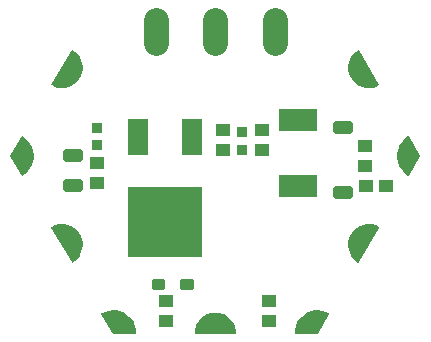
<source format=gbr>
G04 EAGLE Gerber RS-274X export*
G75*
%MOMM*%
%FSLAX34Y34*%
%LPD*%
%INSoldermask Top*%
%IPPOS*%
%AMOC8*
5,1,8,0,0,1.08239X$1,22.5*%
G01*
%ADD10R,1.201600X1.101600*%
%ADD11R,0.901600X0.901600*%
%ADD12C,0.605878*%
%ADD13C,0.297525*%
%ADD14R,1.701600X3.101600*%
%ADD15R,6.301600X5.901600*%
%ADD16R,3.301600X1.901600*%
%ADD17C,1.101600*%
%ADD18C,2.082800*%

G36*
X363739Y196217D02*
X363739Y196217D01*
X363768Y196214D01*
X363835Y196236D01*
X363905Y196250D01*
X363929Y196267D01*
X363957Y196276D01*
X364010Y196323D01*
X364069Y196363D01*
X364085Y196387D01*
X364107Y196407D01*
X364138Y196471D01*
X364176Y196530D01*
X364181Y196559D01*
X364193Y196585D01*
X364202Y196685D01*
X364209Y196727D01*
X364206Y196737D01*
X364208Y196751D01*
X363976Y199549D01*
X363966Y199583D01*
X363962Y199631D01*
X363273Y202352D01*
X363258Y202384D01*
X363246Y202430D01*
X362118Y205002D01*
X362098Y205030D01*
X362079Y205074D01*
X360543Y207425D01*
X360519Y207449D01*
X360493Y207490D01*
X358591Y209555D01*
X358563Y209576D01*
X358530Y209611D01*
X356315Y211336D01*
X356284Y211351D01*
X356246Y211381D01*
X353776Y212717D01*
X353743Y212727D01*
X353701Y212750D01*
X352515Y213158D01*
X351061Y213657D01*
X351045Y213662D01*
X351011Y213667D01*
X350965Y213682D01*
X348196Y214144D01*
X348161Y214143D01*
X348114Y214151D01*
X345306Y214151D01*
X345272Y214144D01*
X345224Y214144D01*
X342455Y213682D01*
X342422Y213670D01*
X342375Y213662D01*
X339719Y212750D01*
X339689Y212733D01*
X339644Y212717D01*
X337174Y211381D01*
X337148Y211359D01*
X337105Y211336D01*
X334890Y209611D01*
X334867Y209585D01*
X334829Y209555D01*
X332927Y207490D01*
X332909Y207460D01*
X332877Y207425D01*
X331341Y205074D01*
X331328Y205042D01*
X331302Y205002D01*
X330174Y202430D01*
X330167Y202397D01*
X330164Y202390D01*
X330158Y202381D01*
X330157Y202375D01*
X330147Y202352D01*
X329458Y199631D01*
X329456Y199596D01*
X329444Y199549D01*
X329212Y196751D01*
X329216Y196722D01*
X329211Y196693D01*
X329228Y196624D01*
X329236Y196554D01*
X329250Y196528D01*
X329257Y196500D01*
X329299Y196443D01*
X329334Y196381D01*
X329358Y196363D01*
X329375Y196340D01*
X329436Y196304D01*
X329493Y196261D01*
X329521Y196253D01*
X329546Y196238D01*
X329644Y196222D01*
X329685Y196211D01*
X329696Y196213D01*
X329710Y196211D01*
X363710Y196211D01*
X363739Y196217D01*
G37*
G36*
X225317Y256520D02*
X225317Y256520D01*
X225388Y256517D01*
X225415Y256527D01*
X225444Y256529D01*
X225534Y256571D01*
X225574Y256586D01*
X225582Y256594D01*
X225595Y256600D01*
X227898Y258199D01*
X227922Y258225D01*
X227962Y258252D01*
X229971Y260209D01*
X229990Y260238D01*
X230025Y260271D01*
X231684Y262532D01*
X231699Y262563D01*
X231728Y262602D01*
X232992Y265105D01*
X233001Y265139D01*
X233023Y265182D01*
X233859Y267859D01*
X233862Y267893D01*
X233877Y267939D01*
X234260Y270718D01*
X234258Y270752D01*
X234264Y270800D01*
X234185Y273603D01*
X234177Y273637D01*
X234176Y273685D01*
X233637Y276437D01*
X233623Y276469D01*
X233614Y276517D01*
X232629Y279142D01*
X232614Y279167D01*
X232609Y279187D01*
X232601Y279198D01*
X232594Y279217D01*
X231190Y281645D01*
X231167Y281671D01*
X231143Y281713D01*
X229359Y283876D01*
X229332Y283898D01*
X229301Y283935D01*
X227185Y285776D01*
X227155Y285793D01*
X227119Y285825D01*
X224728Y287292D01*
X224696Y287303D01*
X224655Y287329D01*
X222056Y288382D01*
X222022Y288389D01*
X221977Y288407D01*
X219240Y289018D01*
X219205Y289019D01*
X219158Y289030D01*
X216358Y289182D01*
X216324Y289177D01*
X216276Y289180D01*
X213488Y288870D01*
X213455Y288859D01*
X213407Y288854D01*
X210709Y288089D01*
X210679Y288073D01*
X210632Y288060D01*
X208097Y286861D01*
X208073Y286844D01*
X208046Y286834D01*
X207994Y286785D01*
X207937Y286742D01*
X207923Y286717D01*
X207902Y286697D01*
X207873Y286632D01*
X207837Y286571D01*
X207834Y286542D01*
X207822Y286515D01*
X207821Y286444D01*
X207812Y286373D01*
X207820Y286345D01*
X207820Y286316D01*
X207854Y286223D01*
X207866Y286182D01*
X207873Y286173D01*
X207878Y286160D01*
X224878Y256760D01*
X224897Y256738D01*
X224910Y256712D01*
X224963Y256664D01*
X225010Y256611D01*
X225036Y256599D01*
X225058Y256579D01*
X225125Y256556D01*
X225189Y256526D01*
X225218Y256524D01*
X225246Y256515D01*
X225317Y256520D01*
G37*
G36*
X477096Y404243D02*
X477096Y404243D01*
X477144Y404240D01*
X479932Y404550D01*
X479965Y404561D01*
X480013Y404566D01*
X482711Y405331D01*
X482741Y405347D01*
X482788Y405360D01*
X485323Y406559D01*
X485347Y406576D01*
X485374Y406586D01*
X485426Y406635D01*
X485483Y406678D01*
X485497Y406703D01*
X485519Y406723D01*
X485547Y406788D01*
X485583Y406850D01*
X485586Y406878D01*
X485598Y406905D01*
X485599Y406976D01*
X485608Y407047D01*
X485600Y407075D01*
X485600Y407104D01*
X485566Y407197D01*
X485554Y407238D01*
X485547Y407247D01*
X485542Y407260D01*
X468542Y436660D01*
X468523Y436682D01*
X468510Y436708D01*
X468457Y436756D01*
X468410Y436809D01*
X468384Y436821D01*
X468362Y436841D01*
X468295Y436864D01*
X468231Y436894D01*
X468202Y436896D01*
X468174Y436905D01*
X468103Y436900D01*
X468032Y436903D01*
X468005Y436893D01*
X467976Y436891D01*
X467886Y436849D01*
X467846Y436834D01*
X467838Y436826D01*
X467825Y436820D01*
X465522Y435221D01*
X465498Y435196D01*
X465458Y435168D01*
X463449Y433211D01*
X463430Y433182D01*
X463395Y433149D01*
X461736Y430888D01*
X461721Y430857D01*
X461692Y430818D01*
X460428Y428315D01*
X460419Y428281D01*
X460397Y428238D01*
X459561Y425561D01*
X459558Y425527D01*
X459543Y425481D01*
X459160Y422702D01*
X459162Y422668D01*
X459156Y422620D01*
X459235Y419817D01*
X459243Y419783D01*
X459244Y419735D01*
X459783Y416983D01*
X459797Y416951D01*
X459806Y416903D01*
X460791Y414278D01*
X460809Y414248D01*
X460826Y414203D01*
X462230Y411775D01*
X462253Y411749D01*
X462277Y411708D01*
X464061Y409544D01*
X464088Y409522D01*
X464119Y409485D01*
X466235Y407644D01*
X466265Y407627D01*
X466301Y407596D01*
X468692Y406128D01*
X468724Y406117D01*
X468765Y406091D01*
X471364Y405038D01*
X471398Y405031D01*
X471443Y405013D01*
X474180Y404402D01*
X474215Y404401D01*
X474262Y404390D01*
X477062Y404238D01*
X477096Y404243D01*
G37*
G36*
X468136Y256521D02*
X468136Y256521D01*
X468207Y256520D01*
X468234Y256531D01*
X468263Y256535D01*
X468325Y256569D01*
X468390Y256597D01*
X468411Y256618D01*
X468436Y256632D01*
X468499Y256708D01*
X468529Y256739D01*
X468533Y256749D01*
X468542Y256760D01*
X485542Y286160D01*
X485551Y286188D01*
X485568Y286212D01*
X485583Y286281D01*
X485605Y286349D01*
X485603Y286378D01*
X485609Y286406D01*
X485596Y286476D01*
X485590Y286547D01*
X485577Y286573D01*
X485571Y286601D01*
X485531Y286660D01*
X485499Y286723D01*
X485476Y286742D01*
X485460Y286766D01*
X485378Y286823D01*
X485345Y286850D01*
X485335Y286853D01*
X485323Y286861D01*
X482788Y288060D01*
X482754Y288068D01*
X482711Y288089D01*
X480013Y288854D01*
X479978Y288856D01*
X479932Y288870D01*
X477144Y289180D01*
X477110Y289177D01*
X477062Y289182D01*
X474262Y289030D01*
X474228Y289021D01*
X474180Y289018D01*
X471443Y288407D01*
X471411Y288393D01*
X471364Y288382D01*
X468765Y287329D01*
X468736Y287310D01*
X468692Y287292D01*
X466301Y285825D01*
X466276Y285801D01*
X466235Y285776D01*
X464119Y283935D01*
X464098Y283908D01*
X464061Y283876D01*
X462277Y281713D01*
X462261Y281682D01*
X462230Y281645D01*
X460826Y279217D01*
X460815Y279184D01*
X460808Y279171D01*
X460798Y279157D01*
X460798Y279154D01*
X460791Y279142D01*
X459806Y276517D01*
X459800Y276482D01*
X459783Y276437D01*
X459244Y273685D01*
X459244Y273651D01*
X459235Y273603D01*
X459156Y270800D01*
X459162Y270766D01*
X459160Y270718D01*
X459543Y267939D01*
X459555Y267907D01*
X459561Y267859D01*
X460397Y265182D01*
X460414Y265151D01*
X460428Y265105D01*
X461692Y262602D01*
X461714Y262575D01*
X461736Y262532D01*
X463395Y260271D01*
X463421Y260248D01*
X463449Y260209D01*
X465458Y258252D01*
X465487Y258233D01*
X465522Y258199D01*
X467825Y256600D01*
X467852Y256588D01*
X467875Y256570D01*
X467943Y256549D01*
X468008Y256521D01*
X468037Y256521D01*
X468065Y256513D01*
X468136Y256521D01*
G37*
G36*
X219158Y404390D02*
X219158Y404390D01*
X219192Y404399D01*
X219240Y404402D01*
X221977Y405013D01*
X222009Y405027D01*
X222056Y405038D01*
X224655Y406091D01*
X224684Y406110D01*
X224728Y406128D01*
X227119Y407596D01*
X227144Y407619D01*
X227185Y407644D01*
X229301Y409485D01*
X229322Y409512D01*
X229359Y409544D01*
X231143Y411708D01*
X231159Y411738D01*
X231190Y411775D01*
X232594Y414203D01*
X232605Y414236D01*
X232629Y414278D01*
X233614Y416903D01*
X233620Y416938D01*
X233637Y416983D01*
X234176Y419735D01*
X234176Y419770D01*
X234185Y419817D01*
X234264Y422620D01*
X234259Y422654D01*
X234260Y422702D01*
X233877Y425481D01*
X233865Y425513D01*
X233859Y425561D01*
X233023Y428238D01*
X233006Y428269D01*
X232992Y428315D01*
X231728Y430818D01*
X231706Y430845D01*
X231684Y430888D01*
X230025Y433149D01*
X229999Y433172D01*
X229971Y433211D01*
X227962Y435168D01*
X227933Y435187D01*
X227898Y435221D01*
X225595Y436820D01*
X225568Y436832D01*
X225545Y436850D01*
X225477Y436871D01*
X225412Y436899D01*
X225383Y436899D01*
X225355Y436907D01*
X225284Y436899D01*
X225213Y436900D01*
X225186Y436889D01*
X225157Y436885D01*
X225095Y436851D01*
X225030Y436823D01*
X225009Y436802D01*
X224984Y436788D01*
X224921Y436712D01*
X224891Y436681D01*
X224887Y436671D01*
X224878Y436660D01*
X207878Y407260D01*
X207869Y407232D01*
X207852Y407208D01*
X207837Y407139D01*
X207815Y407071D01*
X207817Y407042D01*
X207811Y407014D01*
X207824Y406944D01*
X207830Y406873D01*
X207843Y406847D01*
X207849Y406819D01*
X207889Y406760D01*
X207921Y406697D01*
X207944Y406678D01*
X207960Y406654D01*
X208042Y406597D01*
X208075Y406570D01*
X208085Y406567D01*
X208097Y406559D01*
X210632Y405360D01*
X210666Y405352D01*
X210709Y405331D01*
X213407Y404566D01*
X213442Y404564D01*
X213488Y404550D01*
X216276Y404240D01*
X216310Y404243D01*
X216358Y404238D01*
X219158Y404390D01*
G37*
G36*
X510437Y329721D02*
X510437Y329721D01*
X510508Y329721D01*
X510535Y329732D01*
X510564Y329735D01*
X510626Y329770D01*
X510691Y329798D01*
X510712Y329818D01*
X510737Y329833D01*
X510800Y329910D01*
X510830Y329940D01*
X510834Y329950D01*
X510843Y329961D01*
X520343Y346461D01*
X520353Y346493D01*
X520362Y346506D01*
X520366Y346530D01*
X520367Y346534D01*
X520398Y346604D01*
X520398Y346628D01*
X520406Y346650D01*
X520400Y346726D01*
X520401Y346803D01*
X520391Y346827D01*
X520390Y346848D01*
X520369Y346887D01*
X520343Y346959D01*
X510843Y363459D01*
X510824Y363481D01*
X510811Y363507D01*
X510758Y363555D01*
X510711Y363608D01*
X510685Y363621D01*
X510664Y363640D01*
X510596Y363663D01*
X510532Y363694D01*
X510503Y363696D01*
X510476Y363705D01*
X510404Y363700D01*
X510333Y363703D01*
X510306Y363693D01*
X510277Y363691D01*
X510187Y363649D01*
X510147Y363634D01*
X510139Y363627D01*
X510126Y363621D01*
X507603Y361879D01*
X507579Y361855D01*
X507541Y361828D01*
X505329Y359704D01*
X505310Y359676D01*
X505276Y359644D01*
X503434Y357193D01*
X503420Y357162D01*
X503391Y357125D01*
X501966Y354410D01*
X501957Y354379D01*
X501941Y354354D01*
X501940Y354346D01*
X501935Y354336D01*
X500964Y351428D01*
X500960Y351394D01*
X500945Y351350D01*
X500453Y348323D01*
X500454Y348289D01*
X500446Y348243D01*
X500446Y345177D01*
X500447Y345173D01*
X500447Y345171D01*
X500453Y345144D01*
X500453Y345097D01*
X500945Y342070D01*
X500957Y342039D01*
X500964Y341992D01*
X501935Y339084D01*
X501952Y339055D01*
X501966Y339010D01*
X503391Y336295D01*
X503413Y336269D01*
X503434Y336227D01*
X505276Y333776D01*
X505301Y333753D01*
X505329Y333716D01*
X507541Y331592D01*
X507569Y331574D01*
X507603Y331541D01*
X510126Y329799D01*
X510153Y329788D01*
X510175Y329769D01*
X510244Y329749D01*
X510309Y329721D01*
X510338Y329721D01*
X510366Y329713D01*
X510437Y329721D01*
G37*
G36*
X183016Y329720D02*
X183016Y329720D01*
X183087Y329717D01*
X183114Y329727D01*
X183143Y329729D01*
X183233Y329771D01*
X183273Y329786D01*
X183281Y329793D01*
X183294Y329799D01*
X185817Y331541D01*
X185841Y331565D01*
X185879Y331592D01*
X188091Y333716D01*
X188110Y333744D01*
X188144Y333776D01*
X189986Y336227D01*
X190000Y336258D01*
X190029Y336295D01*
X191454Y339010D01*
X191463Y339043D01*
X191485Y339084D01*
X192456Y341992D01*
X192460Y342026D01*
X192475Y342070D01*
X192967Y345097D01*
X192966Y345131D01*
X192974Y345177D01*
X192974Y348243D01*
X192967Y348276D01*
X192967Y348323D01*
X192475Y351350D01*
X192463Y351381D01*
X192456Y351428D01*
X191485Y354336D01*
X191472Y354359D01*
X191466Y354384D01*
X191459Y354393D01*
X191454Y354410D01*
X190029Y357125D01*
X190007Y357151D01*
X189986Y357193D01*
X188144Y359644D01*
X188119Y359667D01*
X188091Y359704D01*
X185879Y361828D01*
X185851Y361846D01*
X185817Y361879D01*
X183294Y363621D01*
X183267Y363632D01*
X183245Y363651D01*
X183176Y363671D01*
X183111Y363699D01*
X183082Y363699D01*
X183054Y363707D01*
X182983Y363699D01*
X182912Y363700D01*
X182885Y363688D01*
X182856Y363685D01*
X182794Y363650D01*
X182729Y363622D01*
X182708Y363602D01*
X182683Y363587D01*
X182620Y363510D01*
X182590Y363480D01*
X182586Y363470D01*
X182577Y363459D01*
X173077Y346959D01*
X173053Y346886D01*
X173022Y346816D01*
X173022Y346792D01*
X173014Y346770D01*
X173021Y346694D01*
X173020Y346617D01*
X173029Y346593D01*
X173030Y346572D01*
X173051Y346533D01*
X173070Y346481D01*
X173071Y346475D01*
X173073Y346473D01*
X173077Y346461D01*
X182577Y329961D01*
X182596Y329939D01*
X182609Y329913D01*
X182662Y329865D01*
X182709Y329812D01*
X182735Y329799D01*
X182757Y329780D01*
X182824Y329757D01*
X182888Y329726D01*
X182917Y329725D01*
X182944Y329715D01*
X183016Y329720D01*
G37*
G36*
X433386Y196226D02*
X433386Y196226D01*
X433464Y196235D01*
X433483Y196246D01*
X433505Y196250D01*
X433569Y196294D01*
X433637Y196333D01*
X433653Y196352D01*
X433669Y196363D01*
X433693Y196401D01*
X433743Y196461D01*
X443243Y212961D01*
X443252Y212988D01*
X443268Y213012D01*
X443283Y213082D01*
X443306Y213150D01*
X443303Y213178D01*
X443309Y213206D01*
X443296Y213277D01*
X443290Y213348D01*
X443277Y213373D01*
X443271Y213401D01*
X443231Y213461D01*
X443198Y213524D01*
X443176Y213542D01*
X443160Y213566D01*
X443077Y213624D01*
X443045Y213651D01*
X443034Y213654D01*
X443024Y213661D01*
X440258Y214970D01*
X440225Y214978D01*
X440182Y214998D01*
X437242Y215846D01*
X437208Y215849D01*
X437164Y215862D01*
X434126Y216227D01*
X434092Y216224D01*
X434045Y216230D01*
X430988Y216103D01*
X430955Y216095D01*
X430908Y216094D01*
X427911Y215478D01*
X427880Y215465D01*
X427834Y215456D01*
X424974Y214367D01*
X424946Y214349D01*
X424902Y214333D01*
X422254Y212799D01*
X422228Y212777D01*
X422188Y212754D01*
X419820Y210816D01*
X419798Y210789D01*
X419762Y210760D01*
X417735Y208467D01*
X417719Y208438D01*
X417687Y208403D01*
X416055Y205815D01*
X416043Y205783D01*
X416018Y205744D01*
X414822Y202927D01*
X414815Y202894D01*
X414812Y202887D01*
X414808Y202881D01*
X414807Y202875D01*
X414796Y202851D01*
X414068Y199879D01*
X414066Y199845D01*
X414055Y199800D01*
X413812Y196750D01*
X413816Y196721D01*
X413811Y196693D01*
X413828Y196624D01*
X413836Y196552D01*
X413851Y196528D01*
X413857Y196500D01*
X413900Y196442D01*
X413936Y196380D01*
X413958Y196363D01*
X413975Y196340D01*
X414037Y196303D01*
X414094Y196260D01*
X414122Y196253D01*
X414146Y196238D01*
X414246Y196222D01*
X414287Y196211D01*
X414297Y196213D01*
X414310Y196211D01*
X433310Y196211D01*
X433386Y196226D01*
G37*
G36*
X279138Y196216D02*
X279138Y196216D01*
X279166Y196214D01*
X279234Y196236D01*
X279305Y196250D01*
X279328Y196266D01*
X279355Y196275D01*
X279410Y196322D01*
X279469Y196363D01*
X279484Y196387D01*
X279506Y196405D01*
X279537Y196470D01*
X279576Y196530D01*
X279581Y196558D01*
X279593Y196584D01*
X279602Y196685D01*
X279609Y196727D01*
X279607Y196737D01*
X279608Y196750D01*
X279365Y199800D01*
X279356Y199832D01*
X279352Y199879D01*
X278624Y202851D01*
X278609Y202882D01*
X278598Y202927D01*
X277402Y205744D01*
X277383Y205772D01*
X277365Y205815D01*
X275733Y208403D01*
X275709Y208427D01*
X275685Y208467D01*
X273658Y210760D01*
X273631Y210780D01*
X273600Y210816D01*
X271233Y212754D01*
X271202Y212770D01*
X271166Y212799D01*
X268518Y214333D01*
X268486Y214343D01*
X268446Y214367D01*
X265586Y215456D01*
X265553Y215461D01*
X265509Y215478D01*
X262512Y216094D01*
X262478Y216094D01*
X262432Y216103D01*
X259375Y216230D01*
X259341Y216225D01*
X259294Y216227D01*
X256256Y215862D01*
X256224Y215851D01*
X256178Y215846D01*
X253238Y214998D01*
X253208Y214982D01*
X253163Y214970D01*
X250397Y213661D01*
X250374Y213644D01*
X250347Y213634D01*
X250295Y213585D01*
X250237Y213542D01*
X250223Y213517D01*
X250202Y213498D01*
X250173Y213432D01*
X250137Y213370D01*
X250134Y213342D01*
X250122Y213316D01*
X250121Y213244D01*
X250112Y213173D01*
X250120Y213146D01*
X250120Y213117D01*
X250155Y213022D01*
X250166Y212982D01*
X250173Y212973D01*
X250177Y212961D01*
X259677Y196461D01*
X259729Y196403D01*
X259775Y196340D01*
X259794Y196329D01*
X259809Y196312D01*
X259879Y196278D01*
X259946Y196238D01*
X259971Y196234D01*
X259988Y196226D01*
X260033Y196224D01*
X260110Y196211D01*
X279110Y196211D01*
X279138Y196216D01*
G37*
D10*
X491100Y321310D03*
X474100Y321310D03*
D11*
X246380Y355720D03*
X246380Y370720D03*
D10*
X392430Y224400D03*
X392430Y207400D03*
X246380Y341240D03*
X246380Y324240D03*
X473710Y338210D03*
X473710Y355210D03*
D12*
X231539Y345501D02*
X220581Y345501D01*
X220581Y350459D01*
X231539Y350459D01*
X231539Y345501D01*
X231539Y325059D02*
X220581Y325059D01*
X231539Y325059D02*
X231539Y320101D01*
X220581Y320101D01*
X220581Y325059D01*
X448546Y368996D02*
X459504Y368996D01*
X448546Y368996D02*
X448546Y373954D01*
X459504Y373954D01*
X459504Y368996D01*
X460139Y318709D02*
X449181Y318709D01*
X460139Y318709D02*
X460139Y313751D01*
X449181Y313751D01*
X449181Y318709D01*
D13*
X302536Y235104D02*
X294494Y235104D01*
X294494Y241146D01*
X302536Y241146D01*
X302536Y235104D01*
X302536Y237930D02*
X294494Y237930D01*
X294494Y240756D02*
X302536Y240756D01*
X318494Y235104D02*
X326536Y235104D01*
X318494Y235104D02*
X318494Y241146D01*
X326536Y241146D01*
X326536Y235104D01*
X326536Y237930D02*
X318494Y237930D01*
X318494Y240756D02*
X326536Y240756D01*
D14*
X327025Y362630D03*
X281305Y362630D03*
D15*
X304165Y290830D03*
D16*
X416560Y321190D03*
X416560Y377190D03*
D17*
X511910Y346710D03*
X429310Y203610D03*
X264110Y203610D03*
X181510Y346710D03*
X470610Y418210D03*
X470610Y275210D03*
X346710Y203610D03*
X222810Y275210D03*
X222810Y418210D03*
D10*
X386080Y352180D03*
X386080Y369180D03*
D11*
X369570Y351910D03*
X369570Y366910D03*
D18*
X396748Y442214D02*
X396748Y462026D01*
X346710Y462026D02*
X346710Y442214D01*
X296672Y442214D02*
X296672Y462026D01*
D10*
X304800Y207400D03*
X304800Y224400D03*
X353060Y369180D03*
X353060Y352180D03*
M02*

</source>
